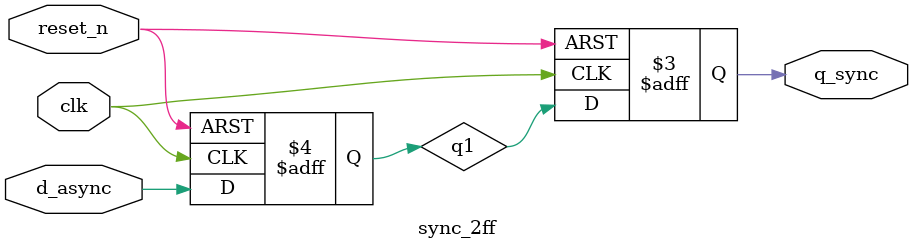
<source format=v>
`timescale 1ns / 1ps

module sync_2ff (
    input  wire clk,
    input  wire reset_n,
    input  wire d_async,
    output reg  q_sync
);
    reg q1;
    always @(posedge clk or negedge reset_n) begin
        if (!reset_n) begin
            q1     <= 1'b0;
            q_sync <= 1'b0;
        end else begin
            q1     <= d_async;
            q_sync <= q1;
        end
    end
endmodule
</source>
